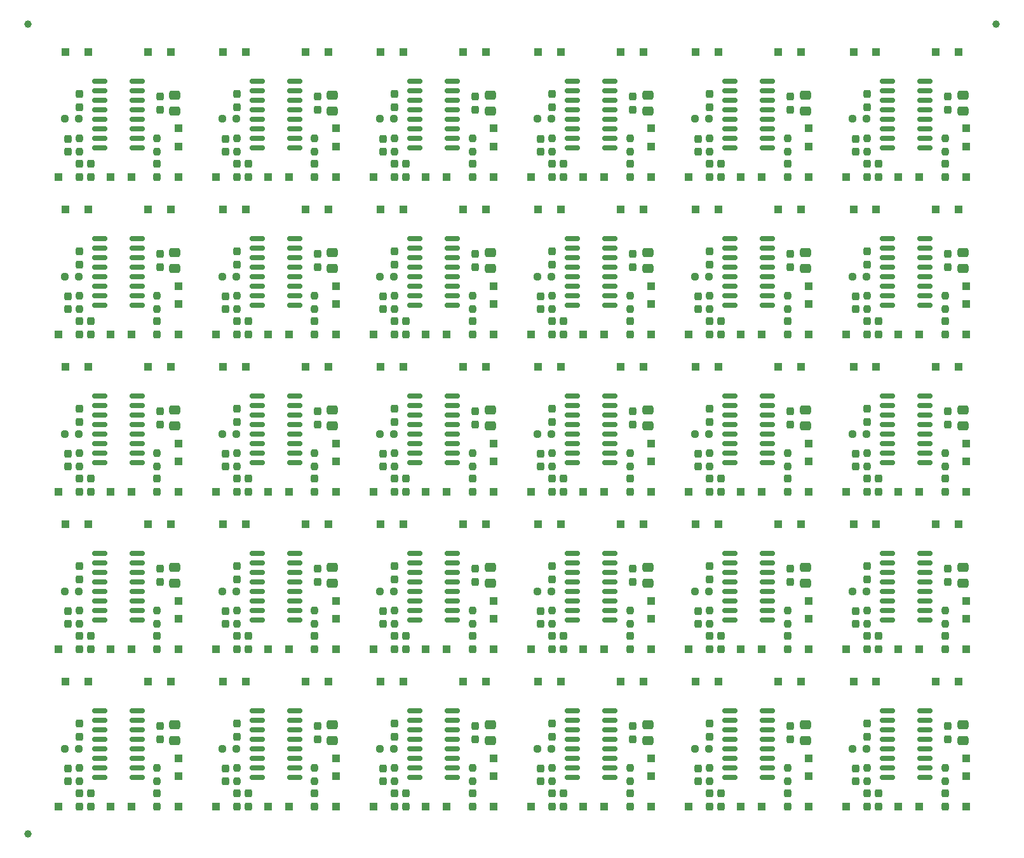
<source format=gbr>
%TF.GenerationSoftware,KiCad,Pcbnew,(6.0.8)*%
%TF.CreationDate,2022-11-05T12:28:45+05:30*%
%TF.ProjectId,panelized,70616e65-6c69-47a6-9564-2e6b69636164,rev?*%
%TF.SameCoordinates,Original*%
%TF.FileFunction,Soldermask,Top*%
%TF.FilePolarity,Negative*%
%FSLAX46Y46*%
G04 Gerber Fmt 4.6, Leading zero omitted, Abs format (unit mm)*
G04 Created by KiCad (PCBNEW (6.0.8)) date 2022-11-05 12:28:45*
%MOMM*%
%LPD*%
G01*
G04 APERTURE LIST*
G04 Aperture macros list*
%AMRoundRect*
0 Rectangle with rounded corners*
0 $1 Rounding radius*
0 $2 $3 $4 $5 $6 $7 $8 $9 X,Y pos of 4 corners*
0 Add a 4 corners polygon primitive as box body*
4,1,4,$2,$3,$4,$5,$6,$7,$8,$9,$2,$3,0*
0 Add four circle primitives for the rounded corners*
1,1,$1+$1,$2,$3*
1,1,$1+$1,$4,$5*
1,1,$1+$1,$6,$7*
1,1,$1+$1,$8,$9*
0 Add four rect primitives between the rounded corners*
20,1,$1+$1,$2,$3,$4,$5,0*
20,1,$1+$1,$4,$5,$6,$7,0*
20,1,$1+$1,$6,$7,$8,$9,0*
20,1,$1+$1,$8,$9,$2,$3,0*%
G04 Aperture macros list end*
%ADD10RoundRect,0.250000X0.475000X-0.337500X0.475000X0.337500X-0.475000X0.337500X-0.475000X-0.337500X0*%
%ADD11R,1.000000X1.000000*%
%ADD12RoundRect,0.237500X0.237500X-0.300000X0.237500X0.300000X-0.237500X0.300000X-0.237500X-0.300000X0*%
%ADD13RoundRect,0.237500X-0.237500X0.300000X-0.237500X-0.300000X0.237500X-0.300000X0.237500X0.300000X0*%
%ADD14RoundRect,0.150000X-0.850000X-0.150000X0.850000X-0.150000X0.850000X0.150000X-0.850000X0.150000X0*%
%ADD15RoundRect,0.237500X0.237500X-0.250000X0.237500X0.250000X-0.237500X0.250000X-0.237500X-0.250000X0*%
%ADD16RoundRect,0.237500X-0.250000X-0.237500X0.250000X-0.237500X0.250000X0.237500X-0.250000X0.237500X0*%
%ADD17C,1.000000*%
G04 APERTURE END LIST*
D10*
%TO.C,C7*%
X141570000Y-112537500D03*
X141570000Y-110462500D03*
%TD*%
D11*
%TO.C,GND*%
X121000000Y-96290000D03*
%TD*%
%TO.C,+*%
X127000000Y-20660000D03*
%TD*%
D12*
%TO.C,C6*%
X118600000Y-91362500D03*
X118600000Y-89637500D03*
%TD*%
D13*
%TO.C,C4*%
X127270000Y-53257500D03*
X127270000Y-54982500D03*
%TD*%
D14*
%TO.C,U1*%
X89500000Y-66555000D03*
X89500000Y-67825000D03*
X89500000Y-69095000D03*
X89500000Y-70365000D03*
X89500000Y-71635000D03*
X89500000Y-72905000D03*
X89500000Y-74175000D03*
X89500000Y-75445000D03*
X94500000Y-75445000D03*
X94500000Y-74175000D03*
X94500000Y-72905000D03*
X94500000Y-71635000D03*
X94500000Y-70365000D03*
X94500000Y-69095000D03*
X94500000Y-67825000D03*
X94500000Y-66555000D03*
%TD*%
D11*
%TO.C,+5V*%
X142000000Y-30900000D03*
%TD*%
%TO.C,GND*%
X37000000Y-75290000D03*
%TD*%
D12*
%TO.C,C1*%
X88370000Y-58342500D03*
X88370000Y-56617500D03*
%TD*%
D11*
%TO.C,-*%
X67000000Y-104660000D03*
%TD*%
%TO.C,-*%
X75000000Y-83660000D03*
%TD*%
D15*
%TO.C,R3*%
X55200000Y-76022500D03*
X55200000Y-74197500D03*
%TD*%
D11*
%TO.C,+*%
X57000000Y-20660000D03*
%TD*%
%TO.C,L*%
X42000000Y-100350000D03*
%TD*%
D10*
%TO.C,C7*%
X36570000Y-49537500D03*
X36570000Y-47462500D03*
%TD*%
D13*
%TO.C,C4*%
X22270000Y-116257500D03*
X22270000Y-117982500D03*
%TD*%
D11*
%TO.C,-*%
X96000000Y-41660000D03*
%TD*%
%TO.C,SHDN*%
X30750000Y-79350000D03*
%TD*%
D15*
%TO.C,R2*%
X86800000Y-55022500D03*
X86800000Y-53197500D03*
%TD*%
%TO.C,R2*%
X86800000Y-34022500D03*
X86800000Y-32197500D03*
%TD*%
D14*
%TO.C,U1*%
X47500000Y-108555000D03*
X47500000Y-109825000D03*
X47500000Y-111095000D03*
X47500000Y-112365000D03*
X47500000Y-113635000D03*
X47500000Y-114905000D03*
X47500000Y-116175000D03*
X47500000Y-117445000D03*
X52500000Y-117445000D03*
X52500000Y-116175000D03*
X52500000Y-114905000D03*
X52500000Y-113635000D03*
X52500000Y-112365000D03*
X52500000Y-111095000D03*
X52500000Y-109825000D03*
X52500000Y-108555000D03*
%TD*%
D12*
%TO.C,C5*%
X86800000Y-112042500D03*
X86800000Y-110317500D03*
%TD*%
%TO.C,C3*%
X118200000Y-79342500D03*
X118200000Y-77617500D03*
%TD*%
D15*
%TO.C,R2*%
X107800000Y-34022500D03*
X107800000Y-32197500D03*
%TD*%
D11*
%TO.C,-*%
X46000000Y-62660000D03*
%TD*%
%TO.C,MUTE*%
X49000000Y-121350000D03*
%TD*%
D10*
%TO.C,C7*%
X78570000Y-112537500D03*
X78570000Y-110462500D03*
%TD*%
D15*
%TO.C,R2*%
X128800000Y-118022500D03*
X128800000Y-116197500D03*
%TD*%
D16*
%TO.C,R1*%
X84887500Y-113630000D03*
X86712500Y-113630000D03*
%TD*%
D11*
%TO.C,R*%
X142000000Y-58340000D03*
%TD*%
%TO.C,+*%
X106000000Y-41660000D03*
%TD*%
%TO.C,+*%
X141000000Y-83660000D03*
%TD*%
D13*
%TO.C,C4*%
X127270000Y-116257500D03*
X127270000Y-117982500D03*
%TD*%
D11*
%TO.C,+5V*%
X121000000Y-114900000D03*
%TD*%
D12*
%TO.C,C2*%
X44800000Y-37342500D03*
X44800000Y-35617500D03*
%TD*%
D14*
%TO.C,U1*%
X89500000Y-24555000D03*
X89500000Y-25825000D03*
X89500000Y-27095000D03*
X89500000Y-28365000D03*
X89500000Y-29635000D03*
X89500000Y-30905000D03*
X89500000Y-32175000D03*
X89500000Y-33445000D03*
X94500000Y-33445000D03*
X94500000Y-32175000D03*
X94500000Y-30905000D03*
X94500000Y-29635000D03*
X94500000Y-28365000D03*
X94500000Y-27095000D03*
X94500000Y-25825000D03*
X94500000Y-24555000D03*
%TD*%
D11*
%TO.C,-*%
X117000000Y-104660000D03*
%TD*%
D12*
%TO.C,C2*%
X65800000Y-121342500D03*
X65800000Y-119617500D03*
%TD*%
D15*
%TO.C,R3*%
X34200000Y-55022500D03*
X34200000Y-53197500D03*
%TD*%
D11*
%TO.C,MUTE*%
X112000000Y-100350000D03*
%TD*%
%TO.C,-*%
X88000000Y-83660000D03*
%TD*%
%TO.C,+*%
X78000000Y-83660000D03*
%TD*%
D15*
%TO.C,R3*%
X139200000Y-118022500D03*
X139200000Y-116197500D03*
%TD*%
%TO.C,R3*%
X139200000Y-76022500D03*
X139200000Y-74197500D03*
%TD*%
D11*
%TO.C,+5V*%
X37000000Y-114900000D03*
%TD*%
%TO.C,MUTE*%
X133000000Y-79350000D03*
%TD*%
%TO.C,L*%
X126000000Y-79350000D03*
%TD*%
%TO.C,+*%
X64000000Y-62660000D03*
%TD*%
D14*
%TO.C,U1*%
X89500000Y-87555000D03*
X89500000Y-88825000D03*
X89500000Y-90095000D03*
X89500000Y-91365000D03*
X89500000Y-92635000D03*
X89500000Y-93905000D03*
X89500000Y-95175000D03*
X89500000Y-96445000D03*
X94500000Y-96445000D03*
X94500000Y-95175000D03*
X94500000Y-93905000D03*
X94500000Y-92635000D03*
X94500000Y-91365000D03*
X94500000Y-90095000D03*
X94500000Y-88825000D03*
X94500000Y-87555000D03*
%TD*%
D12*
%TO.C,C3*%
X34200000Y-100342500D03*
X34200000Y-98617500D03*
%TD*%
D15*
%TO.C,R2*%
X128800000Y-97022500D03*
X128800000Y-95197500D03*
%TD*%
D11*
%TO.C,+5V*%
X79000000Y-72900000D03*
%TD*%
%TO.C,MUTE*%
X112000000Y-58350000D03*
%TD*%
%TO.C,SHDN*%
X72750000Y-37350000D03*
%TD*%
%TO.C,+*%
X127000000Y-62660000D03*
%TD*%
%TO.C,SHDN*%
X51750000Y-58350000D03*
%TD*%
%TO.C,GND*%
X79000000Y-117290000D03*
%TD*%
D12*
%TO.C,C3*%
X34200000Y-121342500D03*
X34200000Y-119617500D03*
%TD*%
D11*
%TO.C,MUTE*%
X133000000Y-37350000D03*
%TD*%
D10*
%TO.C,C7*%
X57570000Y-91537500D03*
X57570000Y-89462500D03*
%TD*%
D11*
%TO.C,SHDN*%
X30750000Y-37350000D03*
%TD*%
%TO.C,GND*%
X37000000Y-96290000D03*
%TD*%
%TO.C,+*%
X120000000Y-41660000D03*
%TD*%
D16*
%TO.C,R1*%
X84887500Y-50630000D03*
X86712500Y-50630000D03*
%TD*%
D11*
%TO.C,+*%
X57000000Y-62660000D03*
%TD*%
D12*
%TO.C,C5*%
X86800000Y-70042500D03*
X86800000Y-68317500D03*
%TD*%
D11*
%TO.C,MUTE*%
X49000000Y-79350000D03*
%TD*%
D13*
%TO.C,C4*%
X127270000Y-74257500D03*
X127270000Y-75982500D03*
%TD*%
D11*
%TO.C,-*%
X33000000Y-41660000D03*
%TD*%
D12*
%TO.C,C6*%
X118600000Y-112362500D03*
X118600000Y-110637500D03*
%TD*%
D16*
%TO.C,R1*%
X63887500Y-50630000D03*
X65712500Y-50630000D03*
%TD*%
D12*
%TO.C,C2*%
X65800000Y-58342500D03*
X65800000Y-56617500D03*
%TD*%
D11*
%TO.C,-*%
X117000000Y-20660000D03*
%TD*%
D15*
%TO.C,R2*%
X107800000Y-118022500D03*
X107800000Y-116197500D03*
%TD*%
D12*
%TO.C,C3*%
X76200000Y-100342500D03*
X76200000Y-98617500D03*
%TD*%
D11*
%TO.C,+*%
X36000000Y-20660000D03*
%TD*%
%TO.C,MUTE*%
X70000000Y-37350000D03*
%TD*%
%TO.C,GND*%
X58000000Y-75290000D03*
%TD*%
%TO.C,L*%
X105000000Y-79350000D03*
%TD*%
D10*
%TO.C,C7*%
X99570000Y-112537500D03*
X99570000Y-110462500D03*
%TD*%
D11*
%TO.C,+*%
X64000000Y-41660000D03*
%TD*%
D13*
%TO.C,C4*%
X43270000Y-95257500D03*
X43270000Y-96982500D03*
%TD*%
D17*
%TO.C,REF\u002A\u002A*%
X17000000Y-125000000D03*
%TD*%
D11*
%TO.C,-*%
X130000000Y-20660000D03*
%TD*%
D15*
%TO.C,R2*%
X86800000Y-76022500D03*
X86800000Y-74197500D03*
%TD*%
D13*
%TO.C,C4*%
X127270000Y-32257500D03*
X127270000Y-33982500D03*
%TD*%
D16*
%TO.C,R1*%
X126887500Y-92630000D03*
X128712500Y-92630000D03*
%TD*%
D12*
%TO.C,C6*%
X55600000Y-91362500D03*
X55600000Y-89637500D03*
%TD*%
D11*
%TO.C,R*%
X100000000Y-79340000D03*
%TD*%
%TO.C,-*%
X96000000Y-104660000D03*
%TD*%
D15*
%TO.C,R3*%
X97200000Y-118022500D03*
X97200000Y-116197500D03*
%TD*%
D11*
%TO.C,+*%
X64000000Y-20660000D03*
%TD*%
D15*
%TO.C,R2*%
X86800000Y-118022500D03*
X86800000Y-116197500D03*
%TD*%
D14*
%TO.C,U1*%
X110500000Y-45555000D03*
X110500000Y-46825000D03*
X110500000Y-48095000D03*
X110500000Y-49365000D03*
X110500000Y-50635000D03*
X110500000Y-51905000D03*
X110500000Y-53175000D03*
X110500000Y-54445000D03*
X115500000Y-54445000D03*
X115500000Y-53175000D03*
X115500000Y-51905000D03*
X115500000Y-50635000D03*
X115500000Y-49365000D03*
X115500000Y-48095000D03*
X115500000Y-46825000D03*
X115500000Y-45555000D03*
%TD*%
D11*
%TO.C,L*%
X84000000Y-79350000D03*
%TD*%
%TO.C,-*%
X75000000Y-20660000D03*
%TD*%
D12*
%TO.C,C6*%
X55600000Y-49362500D03*
X55600000Y-47637500D03*
%TD*%
D11*
%TO.C,L*%
X42000000Y-121350000D03*
%TD*%
D12*
%TO.C,C5*%
X107800000Y-70042500D03*
X107800000Y-68317500D03*
%TD*%
D11*
%TO.C,SHDN*%
X93750000Y-121350000D03*
%TD*%
%TO.C,MUTE*%
X70000000Y-100350000D03*
%TD*%
D16*
%TO.C,R1*%
X84887500Y-29630000D03*
X86712500Y-29630000D03*
%TD*%
D11*
%TO.C,SHDN*%
X114750000Y-58350000D03*
%TD*%
D15*
%TO.C,R2*%
X44800000Y-55022500D03*
X44800000Y-53197500D03*
%TD*%
D11*
%TO.C,+*%
X106000000Y-62660000D03*
%TD*%
%TO.C,MUTE*%
X49000000Y-37350000D03*
%TD*%
D12*
%TO.C,C5*%
X44800000Y-112042500D03*
X44800000Y-110317500D03*
%TD*%
D10*
%TO.C,C7*%
X36570000Y-91537500D03*
X36570000Y-89462500D03*
%TD*%
D11*
%TO.C,GND*%
X58000000Y-96290000D03*
%TD*%
%TO.C,-*%
X54000000Y-104660000D03*
%TD*%
D12*
%TO.C,C6*%
X97600000Y-28362500D03*
X97600000Y-26637500D03*
%TD*%
%TO.C,C5*%
X65800000Y-28042500D03*
X65800000Y-26317500D03*
%TD*%
D14*
%TO.C,U1*%
X131500000Y-87555000D03*
X131500000Y-88825000D03*
X131500000Y-90095000D03*
X131500000Y-91365000D03*
X131500000Y-92635000D03*
X131500000Y-93905000D03*
X131500000Y-95175000D03*
X131500000Y-96445000D03*
X136500000Y-96445000D03*
X136500000Y-95175000D03*
X136500000Y-93905000D03*
X136500000Y-92635000D03*
X136500000Y-91365000D03*
X136500000Y-90095000D03*
X136500000Y-88825000D03*
X136500000Y-87555000D03*
%TD*%
D11*
%TO.C,R*%
X142000000Y-100340000D03*
%TD*%
%TO.C,+5V*%
X58000000Y-93900000D03*
%TD*%
%TO.C,+*%
X22000000Y-20660000D03*
%TD*%
D12*
%TO.C,C6*%
X34600000Y-91362500D03*
X34600000Y-89637500D03*
%TD*%
D15*
%TO.C,R3*%
X139200000Y-55022500D03*
X139200000Y-53197500D03*
%TD*%
D11*
%TO.C,-*%
X130000000Y-41660000D03*
%TD*%
D12*
%TO.C,C6*%
X55600000Y-70362500D03*
X55600000Y-68637500D03*
%TD*%
D11*
%TO.C,+*%
X127000000Y-83660000D03*
%TD*%
%TO.C,R*%
X100000000Y-58340000D03*
%TD*%
D12*
%TO.C,C5*%
X86800000Y-91042500D03*
X86800000Y-89317500D03*
%TD*%
D16*
%TO.C,R1*%
X126887500Y-113630000D03*
X128712500Y-113630000D03*
%TD*%
D11*
%TO.C,+*%
X43000000Y-20660000D03*
%TD*%
%TO.C,+5V*%
X100000000Y-93900000D03*
%TD*%
D12*
%TO.C,C1*%
X109370000Y-79342500D03*
X109370000Y-77617500D03*
%TD*%
D11*
%TO.C,+*%
X43000000Y-104660000D03*
%TD*%
D12*
%TO.C,C6*%
X55600000Y-112362500D03*
X55600000Y-110637500D03*
%TD*%
D11*
%TO.C,GND*%
X37000000Y-33290000D03*
%TD*%
D15*
%TO.C,R2*%
X107800000Y-55022500D03*
X107800000Y-53197500D03*
%TD*%
D11*
%TO.C,L*%
X126000000Y-58350000D03*
%TD*%
D12*
%TO.C,C1*%
X46370000Y-121342500D03*
X46370000Y-119617500D03*
%TD*%
D15*
%TO.C,R3*%
X76200000Y-118022500D03*
X76200000Y-116197500D03*
%TD*%
D11*
%TO.C,-*%
X109000000Y-20660000D03*
%TD*%
%TO.C,L*%
X105000000Y-58350000D03*
%TD*%
D14*
%TO.C,U1*%
X89500000Y-45555000D03*
X89500000Y-46825000D03*
X89500000Y-48095000D03*
X89500000Y-49365000D03*
X89500000Y-50635000D03*
X89500000Y-51905000D03*
X89500000Y-53175000D03*
X89500000Y-54445000D03*
X94500000Y-54445000D03*
X94500000Y-53175000D03*
X94500000Y-51905000D03*
X94500000Y-50635000D03*
X94500000Y-49365000D03*
X94500000Y-48095000D03*
X94500000Y-46825000D03*
X94500000Y-45555000D03*
%TD*%
D12*
%TO.C,C2*%
X44800000Y-100342500D03*
X44800000Y-98617500D03*
%TD*%
D15*
%TO.C,R2*%
X128800000Y-76022500D03*
X128800000Y-74197500D03*
%TD*%
D11*
%TO.C,-*%
X67000000Y-62660000D03*
%TD*%
%TO.C,-*%
X54000000Y-62660000D03*
%TD*%
%TO.C,L*%
X84000000Y-100350000D03*
%TD*%
%TO.C,-*%
X130000000Y-62660000D03*
%TD*%
D15*
%TO.C,R3*%
X97200000Y-76022500D03*
X97200000Y-74197500D03*
%TD*%
%TO.C,R2*%
X107800000Y-97022500D03*
X107800000Y-95197500D03*
%TD*%
D12*
%TO.C,C2*%
X23800000Y-58342500D03*
X23800000Y-56617500D03*
%TD*%
D11*
%TO.C,GND*%
X58000000Y-33290000D03*
%TD*%
%TO.C,-*%
X109000000Y-83660000D03*
%TD*%
D12*
%TO.C,C3*%
X55200000Y-121342500D03*
X55200000Y-119617500D03*
%TD*%
D11*
%TO.C,R*%
X121000000Y-100340000D03*
%TD*%
D15*
%TO.C,R2*%
X44800000Y-118022500D03*
X44800000Y-116197500D03*
%TD*%
D11*
%TO.C,R*%
X121000000Y-37340000D03*
%TD*%
%TO.C,R*%
X79000000Y-37340000D03*
%TD*%
%TO.C,+*%
X85000000Y-83660000D03*
%TD*%
%TO.C,+*%
X99000000Y-62660000D03*
%TD*%
D12*
%TO.C,C3*%
X55200000Y-37342500D03*
X55200000Y-35617500D03*
%TD*%
D14*
%TO.C,U1*%
X89500000Y-108555000D03*
X89500000Y-109825000D03*
X89500000Y-111095000D03*
X89500000Y-112365000D03*
X89500000Y-113635000D03*
X89500000Y-114905000D03*
X89500000Y-116175000D03*
X89500000Y-117445000D03*
X94500000Y-117445000D03*
X94500000Y-116175000D03*
X94500000Y-114905000D03*
X94500000Y-113635000D03*
X94500000Y-112365000D03*
X94500000Y-111095000D03*
X94500000Y-109825000D03*
X94500000Y-108555000D03*
%TD*%
D12*
%TO.C,C6*%
X139600000Y-112362500D03*
X139600000Y-110637500D03*
%TD*%
D11*
%TO.C,+*%
X22000000Y-104660000D03*
%TD*%
D12*
%TO.C,C5*%
X65800000Y-70042500D03*
X65800000Y-68317500D03*
%TD*%
D11*
%TO.C,-*%
X88000000Y-62660000D03*
%TD*%
D12*
%TO.C,C3*%
X97200000Y-58342500D03*
X97200000Y-56617500D03*
%TD*%
%TO.C,C1*%
X67370000Y-100342500D03*
X67370000Y-98617500D03*
%TD*%
D11*
%TO.C,+*%
X43000000Y-41660000D03*
%TD*%
%TO.C,L*%
X84000000Y-58350000D03*
%TD*%
D12*
%TO.C,C2*%
X86800000Y-121342500D03*
X86800000Y-119617500D03*
%TD*%
D11*
%TO.C,+5V*%
X79000000Y-51900000D03*
%TD*%
D16*
%TO.C,R1*%
X84887500Y-71630000D03*
X86712500Y-71630000D03*
%TD*%
D11*
%TO.C,R*%
X142000000Y-121340000D03*
%TD*%
D14*
%TO.C,U1*%
X26500000Y-66555000D03*
X26500000Y-67825000D03*
X26500000Y-69095000D03*
X26500000Y-70365000D03*
X26500000Y-71635000D03*
X26500000Y-72905000D03*
X26500000Y-74175000D03*
X26500000Y-75445000D03*
X31500000Y-75445000D03*
X31500000Y-74175000D03*
X31500000Y-72905000D03*
X31500000Y-71635000D03*
X31500000Y-70365000D03*
X31500000Y-69095000D03*
X31500000Y-67825000D03*
X31500000Y-66555000D03*
%TD*%
%TO.C,U1*%
X110500000Y-66555000D03*
X110500000Y-67825000D03*
X110500000Y-69095000D03*
X110500000Y-70365000D03*
X110500000Y-71635000D03*
X110500000Y-72905000D03*
X110500000Y-74175000D03*
X110500000Y-75445000D03*
X115500000Y-75445000D03*
X115500000Y-74175000D03*
X115500000Y-72905000D03*
X115500000Y-71635000D03*
X115500000Y-70365000D03*
X115500000Y-69095000D03*
X115500000Y-67825000D03*
X115500000Y-66555000D03*
%TD*%
D17*
%TO.C,REF\u002A\u002A*%
X17000000Y-17000000D03*
%TD*%
D11*
%TO.C,-*%
X75000000Y-104660000D03*
%TD*%
D12*
%TO.C,C6*%
X139600000Y-49362500D03*
X139600000Y-47637500D03*
%TD*%
D11*
%TO.C,MUTE*%
X28000000Y-58350000D03*
%TD*%
%TO.C,-*%
X25000000Y-62660000D03*
%TD*%
D15*
%TO.C,R2*%
X107800000Y-76022500D03*
X107800000Y-74197500D03*
%TD*%
D11*
%TO.C,L*%
X21000000Y-121350000D03*
%TD*%
D12*
%TO.C,C1*%
X109370000Y-37342500D03*
X109370000Y-35617500D03*
%TD*%
D10*
%TO.C,C7*%
X57570000Y-28537500D03*
X57570000Y-26462500D03*
%TD*%
D12*
%TO.C,C1*%
X67370000Y-37342500D03*
X67370000Y-35617500D03*
%TD*%
%TO.C,C3*%
X97200000Y-121342500D03*
X97200000Y-119617500D03*
%TD*%
%TO.C,C3*%
X139200000Y-37342500D03*
X139200000Y-35617500D03*
%TD*%
D11*
%TO.C,R*%
X79000000Y-100340000D03*
%TD*%
D12*
%TO.C,C1*%
X67370000Y-121342500D03*
X67370000Y-119617500D03*
%TD*%
%TO.C,C3*%
X139200000Y-121342500D03*
X139200000Y-119617500D03*
%TD*%
%TO.C,C3*%
X55200000Y-58342500D03*
X55200000Y-56617500D03*
%TD*%
D11*
%TO.C,L*%
X105000000Y-121350000D03*
%TD*%
D15*
%TO.C,R2*%
X23800000Y-76022500D03*
X23800000Y-74197500D03*
%TD*%
D11*
%TO.C,GND*%
X100000000Y-54290000D03*
%TD*%
D10*
%TO.C,C7*%
X141570000Y-49537500D03*
X141570000Y-47462500D03*
%TD*%
D12*
%TO.C,C5*%
X128800000Y-91042500D03*
X128800000Y-89317500D03*
%TD*%
D11*
%TO.C,+5V*%
X37000000Y-30900000D03*
%TD*%
D12*
%TO.C,C3*%
X34200000Y-58342500D03*
X34200000Y-56617500D03*
%TD*%
D11*
%TO.C,SHDN*%
X93750000Y-58350000D03*
%TD*%
D12*
%TO.C,C2*%
X23800000Y-121342500D03*
X23800000Y-119617500D03*
%TD*%
D13*
%TO.C,C4*%
X106270000Y-32257500D03*
X106270000Y-33982500D03*
%TD*%
D11*
%TO.C,R*%
X58000000Y-37340000D03*
%TD*%
%TO.C,GND*%
X100000000Y-117290000D03*
%TD*%
D16*
%TO.C,R1*%
X21887500Y-71630000D03*
X23712500Y-71630000D03*
%TD*%
D15*
%TO.C,R3*%
X34200000Y-34022500D03*
X34200000Y-32197500D03*
%TD*%
D10*
%TO.C,C7*%
X120570000Y-112537500D03*
X120570000Y-110462500D03*
%TD*%
D12*
%TO.C,C2*%
X65800000Y-37342500D03*
X65800000Y-35617500D03*
%TD*%
D11*
%TO.C,R*%
X58000000Y-121340000D03*
%TD*%
%TO.C,+*%
X141000000Y-41660000D03*
%TD*%
%TO.C,+*%
X22000000Y-62660000D03*
%TD*%
D15*
%TO.C,R3*%
X118200000Y-55022500D03*
X118200000Y-53197500D03*
%TD*%
D11*
%TO.C,+*%
X57000000Y-41660000D03*
%TD*%
D12*
%TO.C,C3*%
X97200000Y-37342500D03*
X97200000Y-35617500D03*
%TD*%
D11*
%TO.C,L*%
X63000000Y-121350000D03*
%TD*%
D12*
%TO.C,C5*%
X107800000Y-112042500D03*
X107800000Y-110317500D03*
%TD*%
%TO.C,C1*%
X130370000Y-37342500D03*
X130370000Y-35617500D03*
%TD*%
D11*
%TO.C,+*%
X120000000Y-83660000D03*
%TD*%
%TO.C,R*%
X100000000Y-37340000D03*
%TD*%
D12*
%TO.C,C3*%
X139200000Y-79342500D03*
X139200000Y-77617500D03*
%TD*%
%TO.C,C3*%
X118200000Y-121342500D03*
X118200000Y-119617500D03*
%TD*%
D15*
%TO.C,R3*%
X118200000Y-118022500D03*
X118200000Y-116197500D03*
%TD*%
D10*
%TO.C,C7*%
X57570000Y-112537500D03*
X57570000Y-110462500D03*
%TD*%
D15*
%TO.C,R3*%
X118200000Y-34022500D03*
X118200000Y-32197500D03*
%TD*%
%TO.C,R2*%
X65800000Y-97022500D03*
X65800000Y-95197500D03*
%TD*%
D11*
%TO.C,-*%
X25000000Y-104660000D03*
%TD*%
%TO.C,MUTE*%
X112000000Y-121350000D03*
%TD*%
%TO.C,L*%
X42000000Y-79350000D03*
%TD*%
%TO.C,R*%
X100000000Y-100340000D03*
%TD*%
%TO.C,SHDN*%
X114750000Y-79350000D03*
%TD*%
%TO.C,+*%
X127000000Y-41660000D03*
%TD*%
%TO.C,MUTE*%
X91000000Y-79350000D03*
%TD*%
%TO.C,-*%
X67000000Y-20660000D03*
%TD*%
%TO.C,MUTE*%
X28000000Y-121350000D03*
%TD*%
%TO.C,GND*%
X58000000Y-117290000D03*
%TD*%
%TO.C,-*%
X117000000Y-62660000D03*
%TD*%
D12*
%TO.C,C1*%
X109370000Y-58342500D03*
X109370000Y-56617500D03*
%TD*%
D15*
%TO.C,R2*%
X65800000Y-118022500D03*
X65800000Y-116197500D03*
%TD*%
%TO.C,R2*%
X65800000Y-76022500D03*
X65800000Y-74197500D03*
%TD*%
D16*
%TO.C,R1*%
X126887500Y-71630000D03*
X128712500Y-71630000D03*
%TD*%
D12*
%TO.C,C3*%
X118200000Y-58342500D03*
X118200000Y-56617500D03*
%TD*%
D11*
%TO.C,R*%
X37000000Y-37340000D03*
%TD*%
%TO.C,+*%
X120000000Y-62660000D03*
%TD*%
D12*
%TO.C,C6*%
X97600000Y-112362500D03*
X97600000Y-110637500D03*
%TD*%
D11*
%TO.C,+5V*%
X100000000Y-51900000D03*
%TD*%
%TO.C,-*%
X88000000Y-104660000D03*
%TD*%
D13*
%TO.C,C4*%
X64270000Y-95257500D03*
X64270000Y-96982500D03*
%TD*%
D11*
%TO.C,L*%
X126000000Y-37350000D03*
%TD*%
D12*
%TO.C,C2*%
X107800000Y-79342500D03*
X107800000Y-77617500D03*
%TD*%
D11*
%TO.C,+*%
X120000000Y-20660000D03*
%TD*%
%TO.C,GND*%
X121000000Y-117290000D03*
%TD*%
%TO.C,GND*%
X100000000Y-33290000D03*
%TD*%
%TO.C,GND*%
X37000000Y-54290000D03*
%TD*%
D10*
%TO.C,C7*%
X57570000Y-49537500D03*
X57570000Y-47462500D03*
%TD*%
D11*
%TO.C,+5V*%
X142000000Y-51900000D03*
%TD*%
%TO.C,L*%
X63000000Y-100350000D03*
%TD*%
%TO.C,R*%
X37000000Y-58340000D03*
%TD*%
D12*
%TO.C,C6*%
X118600000Y-28362500D03*
X118600000Y-26637500D03*
%TD*%
D16*
%TO.C,R1*%
X21887500Y-92630000D03*
X23712500Y-92630000D03*
%TD*%
D11*
%TO.C,L*%
X105000000Y-100350000D03*
%TD*%
%TO.C,+*%
X57000000Y-104660000D03*
%TD*%
%TO.C,+5V*%
X142000000Y-93900000D03*
%TD*%
D13*
%TO.C,C4*%
X64270000Y-116257500D03*
X64270000Y-117982500D03*
%TD*%
D10*
%TO.C,C7*%
X120570000Y-49537500D03*
X120570000Y-47462500D03*
%TD*%
D15*
%TO.C,R3*%
X55200000Y-55022500D03*
X55200000Y-53197500D03*
%TD*%
%TO.C,R3*%
X55200000Y-97022500D03*
X55200000Y-95197500D03*
%TD*%
D13*
%TO.C,C4*%
X64270000Y-32257500D03*
X64270000Y-33982500D03*
%TD*%
D11*
%TO.C,SHDN*%
X93750000Y-37350000D03*
%TD*%
D12*
%TO.C,C5*%
X128800000Y-28042500D03*
X128800000Y-26317500D03*
%TD*%
%TO.C,C1*%
X130370000Y-79342500D03*
X130370000Y-77617500D03*
%TD*%
D11*
%TO.C,+5V*%
X79000000Y-114900000D03*
%TD*%
D12*
%TO.C,C1*%
X130370000Y-58342500D03*
X130370000Y-56617500D03*
%TD*%
D15*
%TO.C,R3*%
X34200000Y-118022500D03*
X34200000Y-116197500D03*
%TD*%
D12*
%TO.C,C1*%
X25370000Y-37342500D03*
X25370000Y-35617500D03*
%TD*%
%TO.C,C5*%
X86800000Y-49042500D03*
X86800000Y-47317500D03*
%TD*%
%TO.C,C5*%
X65800000Y-49042500D03*
X65800000Y-47317500D03*
%TD*%
D11*
%TO.C,R*%
X142000000Y-37340000D03*
%TD*%
D12*
%TO.C,C2*%
X23800000Y-79342500D03*
X23800000Y-77617500D03*
%TD*%
D11*
%TO.C,L*%
X63000000Y-37350000D03*
%TD*%
D16*
%TO.C,R1*%
X42887500Y-92630000D03*
X44712500Y-92630000D03*
%TD*%
D11*
%TO.C,+*%
X43000000Y-62660000D03*
%TD*%
%TO.C,+*%
X22000000Y-83660000D03*
%TD*%
%TO.C,-*%
X25000000Y-20660000D03*
%TD*%
D12*
%TO.C,C6*%
X76600000Y-112362500D03*
X76600000Y-110637500D03*
%TD*%
%TO.C,C5*%
X44800000Y-49042500D03*
X44800000Y-47317500D03*
%TD*%
D14*
%TO.C,U1*%
X68500000Y-108555000D03*
X68500000Y-109825000D03*
X68500000Y-111095000D03*
X68500000Y-112365000D03*
X68500000Y-113635000D03*
X68500000Y-114905000D03*
X68500000Y-116175000D03*
X68500000Y-117445000D03*
X73500000Y-117445000D03*
X73500000Y-116175000D03*
X73500000Y-114905000D03*
X73500000Y-113635000D03*
X73500000Y-112365000D03*
X73500000Y-111095000D03*
X73500000Y-109825000D03*
X73500000Y-108555000D03*
%TD*%
D11*
%TO.C,-*%
X96000000Y-83660000D03*
%TD*%
D15*
%TO.C,R3*%
X139200000Y-97022500D03*
X139200000Y-95197500D03*
%TD*%
D11*
%TO.C,MUTE*%
X49000000Y-100350000D03*
%TD*%
%TO.C,SHDN*%
X30750000Y-58350000D03*
%TD*%
D12*
%TO.C,C1*%
X67370000Y-58342500D03*
X67370000Y-56617500D03*
%TD*%
D11*
%TO.C,L*%
X21000000Y-79350000D03*
%TD*%
D10*
%TO.C,C7*%
X120570000Y-28537500D03*
X120570000Y-26462500D03*
%TD*%
D12*
%TO.C,C6*%
X97600000Y-49362500D03*
X97600000Y-47637500D03*
%TD*%
D11*
%TO.C,+*%
X64000000Y-83660000D03*
%TD*%
D15*
%TO.C,R2*%
X44800000Y-34022500D03*
X44800000Y-32197500D03*
%TD*%
D16*
%TO.C,R1*%
X42887500Y-50630000D03*
X44712500Y-50630000D03*
%TD*%
D10*
%TO.C,C7*%
X141570000Y-91537500D03*
X141570000Y-89462500D03*
%TD*%
D15*
%TO.C,R2*%
X23800000Y-34022500D03*
X23800000Y-32197500D03*
%TD*%
D11*
%TO.C,-*%
X138000000Y-104660000D03*
%TD*%
D12*
%TO.C,C3*%
X76200000Y-121342500D03*
X76200000Y-119617500D03*
%TD*%
D11*
%TO.C,+5V*%
X79000000Y-93900000D03*
%TD*%
D10*
%TO.C,C7*%
X36570000Y-112537500D03*
X36570000Y-110462500D03*
%TD*%
D12*
%TO.C,C5*%
X107800000Y-49042500D03*
X107800000Y-47317500D03*
%TD*%
D11*
%TO.C,+5V*%
X37000000Y-93900000D03*
%TD*%
D12*
%TO.C,C2*%
X86800000Y-37342500D03*
X86800000Y-35617500D03*
%TD*%
D16*
%TO.C,R1*%
X84887500Y-92630000D03*
X86712500Y-92630000D03*
%TD*%
D13*
%TO.C,C4*%
X22270000Y-95257500D03*
X22270000Y-96982500D03*
%TD*%
D10*
%TO.C,C7*%
X99570000Y-91537500D03*
X99570000Y-89462500D03*
%TD*%
D11*
%TO.C,MUTE*%
X70000000Y-121350000D03*
%TD*%
%TO.C,+*%
X36000000Y-104660000D03*
%TD*%
D12*
%TO.C,C3*%
X55200000Y-79342500D03*
X55200000Y-77617500D03*
%TD*%
D11*
%TO.C,MUTE*%
X91000000Y-100350000D03*
%TD*%
%TO.C,MUTE*%
X28000000Y-100350000D03*
%TD*%
%TO.C,+5V*%
X121000000Y-30900000D03*
%TD*%
D13*
%TO.C,C4*%
X127270000Y-95257500D03*
X127270000Y-96982500D03*
%TD*%
D16*
%TO.C,R1*%
X126887500Y-29630000D03*
X128712500Y-29630000D03*
%TD*%
D12*
%TO.C,C5*%
X44800000Y-70042500D03*
X44800000Y-68317500D03*
%TD*%
D16*
%TO.C,R1*%
X63887500Y-113630000D03*
X65712500Y-113630000D03*
%TD*%
D11*
%TO.C,SHDN*%
X72750000Y-100350000D03*
%TD*%
%TO.C,SHDN*%
X30750000Y-100350000D03*
%TD*%
D12*
%TO.C,C1*%
X25370000Y-121342500D03*
X25370000Y-119617500D03*
%TD*%
D11*
%TO.C,-*%
X109000000Y-41660000D03*
%TD*%
D16*
%TO.C,R1*%
X21887500Y-29630000D03*
X23712500Y-29630000D03*
%TD*%
D13*
%TO.C,C4*%
X64270000Y-74257500D03*
X64270000Y-75982500D03*
%TD*%
%TO.C,C4*%
X85270000Y-95257500D03*
X85270000Y-96982500D03*
%TD*%
D11*
%TO.C,GND*%
X100000000Y-75290000D03*
%TD*%
%TO.C,+5V*%
X121000000Y-51900000D03*
%TD*%
%TO.C,+*%
X78000000Y-20660000D03*
%TD*%
%TO.C,MUTE*%
X28000000Y-37350000D03*
%TD*%
%TO.C,-*%
X75000000Y-41660000D03*
%TD*%
D10*
%TO.C,C7*%
X141570000Y-28537500D03*
X141570000Y-26462500D03*
%TD*%
D11*
%TO.C,R*%
X37000000Y-79340000D03*
%TD*%
D10*
%TO.C,C7*%
X78570000Y-49537500D03*
X78570000Y-47462500D03*
%TD*%
D12*
%TO.C,C6*%
X76600000Y-49362500D03*
X76600000Y-47637500D03*
%TD*%
D11*
%TO.C,GND*%
X121000000Y-54290000D03*
%TD*%
%TO.C,-*%
X138000000Y-62660000D03*
%TD*%
%TO.C,+5V*%
X79000000Y-30900000D03*
%TD*%
D16*
%TO.C,R1*%
X105887500Y-71630000D03*
X107712500Y-71630000D03*
%TD*%
D11*
%TO.C,SHDN*%
X135750000Y-58350000D03*
%TD*%
D12*
%TO.C,C1*%
X25370000Y-100342500D03*
X25370000Y-98617500D03*
%TD*%
%TO.C,C1*%
X88370000Y-100342500D03*
X88370000Y-98617500D03*
%TD*%
D15*
%TO.C,R3*%
X97200000Y-55022500D03*
X97200000Y-53197500D03*
%TD*%
D12*
%TO.C,C5*%
X65800000Y-91042500D03*
X65800000Y-89317500D03*
%TD*%
D11*
%TO.C,-*%
X96000000Y-20660000D03*
%TD*%
D15*
%TO.C,R2*%
X23800000Y-55022500D03*
X23800000Y-53197500D03*
%TD*%
D16*
%TO.C,R1*%
X105887500Y-29630000D03*
X107712500Y-29630000D03*
%TD*%
D11*
%TO.C,+*%
X78000000Y-41660000D03*
%TD*%
%TO.C,+*%
X43000000Y-83660000D03*
%TD*%
%TO.C,SHDN*%
X30750000Y-121350000D03*
%TD*%
D12*
%TO.C,C2*%
X107800000Y-100342500D03*
X107800000Y-98617500D03*
%TD*%
D11*
%TO.C,SHDN*%
X93750000Y-79350000D03*
%TD*%
D12*
%TO.C,C5*%
X107800000Y-91042500D03*
X107800000Y-89317500D03*
%TD*%
D11*
%TO.C,-*%
X117000000Y-41660000D03*
%TD*%
%TO.C,+*%
X22000000Y-41660000D03*
%TD*%
%TO.C,-*%
X54000000Y-83660000D03*
%TD*%
%TO.C,+*%
X106000000Y-83660000D03*
%TD*%
D14*
%TO.C,U1*%
X110500000Y-87555000D03*
X110500000Y-88825000D03*
X110500000Y-90095000D03*
X110500000Y-91365000D03*
X110500000Y-92635000D03*
X110500000Y-93905000D03*
X110500000Y-95175000D03*
X110500000Y-96445000D03*
X115500000Y-96445000D03*
X115500000Y-95175000D03*
X115500000Y-93905000D03*
X115500000Y-92635000D03*
X115500000Y-91365000D03*
X115500000Y-90095000D03*
X115500000Y-88825000D03*
X115500000Y-87555000D03*
%TD*%
D11*
%TO.C,+*%
X99000000Y-41660000D03*
%TD*%
%TO.C,L*%
X63000000Y-79350000D03*
%TD*%
%TO.C,R*%
X142000000Y-79340000D03*
%TD*%
%TO.C,-*%
X88000000Y-20660000D03*
%TD*%
D16*
%TO.C,R1*%
X21887500Y-50630000D03*
X23712500Y-50630000D03*
%TD*%
D11*
%TO.C,+5V*%
X100000000Y-114900000D03*
%TD*%
D12*
%TO.C,C3*%
X55200000Y-100342500D03*
X55200000Y-98617500D03*
%TD*%
D16*
%TO.C,R1*%
X63887500Y-29630000D03*
X65712500Y-29630000D03*
%TD*%
D11*
%TO.C,R*%
X79000000Y-58340000D03*
%TD*%
D13*
%TO.C,C4*%
X85270000Y-32257500D03*
X85270000Y-33982500D03*
%TD*%
D12*
%TO.C,C5*%
X128800000Y-112042500D03*
X128800000Y-110317500D03*
%TD*%
%TO.C,C1*%
X46370000Y-100342500D03*
X46370000Y-98617500D03*
%TD*%
D14*
%TO.C,U1*%
X47500000Y-45555000D03*
X47500000Y-46825000D03*
X47500000Y-48095000D03*
X47500000Y-49365000D03*
X47500000Y-50635000D03*
X47500000Y-51905000D03*
X47500000Y-53175000D03*
X47500000Y-54445000D03*
X52500000Y-54445000D03*
X52500000Y-53175000D03*
X52500000Y-51905000D03*
X52500000Y-50635000D03*
X52500000Y-49365000D03*
X52500000Y-48095000D03*
X52500000Y-46825000D03*
X52500000Y-45555000D03*
%TD*%
D11*
%TO.C,R*%
X58000000Y-58340000D03*
%TD*%
D12*
%TO.C,C6*%
X76600000Y-91362500D03*
X76600000Y-89637500D03*
%TD*%
D16*
%TO.C,R1*%
X42887500Y-113630000D03*
X44712500Y-113630000D03*
%TD*%
D12*
%TO.C,C5*%
X65800000Y-112042500D03*
X65800000Y-110317500D03*
%TD*%
D11*
%TO.C,MUTE*%
X112000000Y-79350000D03*
%TD*%
%TO.C,-*%
X138000000Y-83660000D03*
%TD*%
D12*
%TO.C,C6*%
X97600000Y-70362500D03*
X97600000Y-68637500D03*
%TD*%
D11*
%TO.C,+*%
X141000000Y-62660000D03*
%TD*%
D14*
%TO.C,U1*%
X131500000Y-66555000D03*
X131500000Y-67825000D03*
X131500000Y-69095000D03*
X131500000Y-70365000D03*
X131500000Y-71635000D03*
X131500000Y-72905000D03*
X131500000Y-74175000D03*
X131500000Y-75445000D03*
X136500000Y-75445000D03*
X136500000Y-74175000D03*
X136500000Y-72905000D03*
X136500000Y-71635000D03*
X136500000Y-70365000D03*
X136500000Y-69095000D03*
X136500000Y-67825000D03*
X136500000Y-66555000D03*
%TD*%
D12*
%TO.C,C6*%
X76600000Y-70362500D03*
X76600000Y-68637500D03*
%TD*%
%TO.C,C3*%
X118200000Y-100342500D03*
X118200000Y-98617500D03*
%TD*%
%TO.C,C1*%
X67370000Y-79342500D03*
X67370000Y-77617500D03*
%TD*%
D11*
%TO.C,-*%
X33000000Y-104660000D03*
%TD*%
%TO.C,SHDN*%
X51750000Y-121350000D03*
%TD*%
D10*
%TO.C,C7*%
X78570000Y-70537500D03*
X78570000Y-68462500D03*
%TD*%
D11*
%TO.C,+5V*%
X100000000Y-30900000D03*
%TD*%
%TO.C,+*%
X120000000Y-104660000D03*
%TD*%
D15*
%TO.C,R3*%
X34200000Y-97022500D03*
X34200000Y-95197500D03*
%TD*%
D12*
%TO.C,C2*%
X86800000Y-58342500D03*
X86800000Y-56617500D03*
%TD*%
D14*
%TO.C,U1*%
X47500000Y-66555000D03*
X47500000Y-67825000D03*
X47500000Y-69095000D03*
X47500000Y-70365000D03*
X47500000Y-71635000D03*
X47500000Y-72905000D03*
X47500000Y-74175000D03*
X47500000Y-75445000D03*
X52500000Y-75445000D03*
X52500000Y-74175000D03*
X52500000Y-72905000D03*
X52500000Y-71635000D03*
X52500000Y-70365000D03*
X52500000Y-69095000D03*
X52500000Y-67825000D03*
X52500000Y-66555000D03*
%TD*%
D11*
%TO.C,+*%
X36000000Y-41660000D03*
%TD*%
%TO.C,L*%
X42000000Y-58350000D03*
%TD*%
%TO.C,MUTE*%
X28000000Y-79350000D03*
%TD*%
D16*
%TO.C,R1*%
X105887500Y-92630000D03*
X107712500Y-92630000D03*
%TD*%
D11*
%TO.C,GND*%
X142000000Y-75290000D03*
%TD*%
%TO.C,-*%
X33000000Y-83660000D03*
%TD*%
%TO.C,+5V*%
X100000000Y-72900000D03*
%TD*%
D12*
%TO.C,C5*%
X23800000Y-70042500D03*
X23800000Y-68317500D03*
%TD*%
D11*
%TO.C,L*%
X84000000Y-37350000D03*
%TD*%
D12*
%TO.C,C6*%
X97600000Y-91362500D03*
X97600000Y-89637500D03*
%TD*%
D15*
%TO.C,R3*%
X34200000Y-76022500D03*
X34200000Y-74197500D03*
%TD*%
D10*
%TO.C,C7*%
X141570000Y-70537500D03*
X141570000Y-68462500D03*
%TD*%
D12*
%TO.C,C2*%
X128800000Y-121342500D03*
X128800000Y-119617500D03*
%TD*%
%TO.C,C3*%
X76200000Y-58342500D03*
X76200000Y-56617500D03*
%TD*%
%TO.C,C6*%
X76600000Y-28362500D03*
X76600000Y-26637500D03*
%TD*%
D11*
%TO.C,L*%
X84000000Y-121350000D03*
%TD*%
D13*
%TO.C,C4*%
X85270000Y-116257500D03*
X85270000Y-117982500D03*
%TD*%
D16*
%TO.C,R1*%
X42887500Y-71630000D03*
X44712500Y-71630000D03*
%TD*%
D11*
%TO.C,GND*%
X142000000Y-117290000D03*
%TD*%
D13*
%TO.C,C4*%
X22270000Y-53257500D03*
X22270000Y-54982500D03*
%TD*%
D11*
%TO.C,R*%
X37000000Y-121340000D03*
%TD*%
D13*
%TO.C,C4*%
X106270000Y-53257500D03*
X106270000Y-54982500D03*
%TD*%
D10*
%TO.C,C7*%
X99570000Y-49537500D03*
X99570000Y-47462500D03*
%TD*%
D12*
%TO.C,C6*%
X139600000Y-70362500D03*
X139600000Y-68637500D03*
%TD*%
D11*
%TO.C,GND*%
X100000000Y-96290000D03*
%TD*%
D15*
%TO.C,R3*%
X76200000Y-97022500D03*
X76200000Y-95197500D03*
%TD*%
D10*
%TO.C,C7*%
X78570000Y-28537500D03*
X78570000Y-26462500D03*
%TD*%
D11*
%TO.C,-*%
X96000000Y-62660000D03*
%TD*%
%TO.C,SHDN*%
X135750000Y-100350000D03*
%TD*%
%TO.C,L*%
X21000000Y-100350000D03*
%TD*%
D12*
%TO.C,C5*%
X86800000Y-28042500D03*
X86800000Y-26317500D03*
%TD*%
%TO.C,C1*%
X130370000Y-100342500D03*
X130370000Y-98617500D03*
%TD*%
D11*
%TO.C,GND*%
X79000000Y-33290000D03*
%TD*%
%TO.C,-*%
X46000000Y-20660000D03*
%TD*%
%TO.C,MUTE*%
X70000000Y-58350000D03*
%TD*%
D12*
%TO.C,C1*%
X46370000Y-58342500D03*
X46370000Y-56617500D03*
%TD*%
%TO.C,C3*%
X34200000Y-37342500D03*
X34200000Y-35617500D03*
%TD*%
D11*
%TO.C,-*%
X75000000Y-62660000D03*
%TD*%
D12*
%TO.C,C5*%
X44800000Y-28042500D03*
X44800000Y-26317500D03*
%TD*%
D11*
%TO.C,+*%
X57000000Y-83660000D03*
%TD*%
D13*
%TO.C,C4*%
X22270000Y-32257500D03*
X22270000Y-33982500D03*
%TD*%
D15*
%TO.C,R2*%
X128800000Y-34022500D03*
X128800000Y-32197500D03*
%TD*%
D11*
%TO.C,+5V*%
X142000000Y-114900000D03*
%TD*%
%TO.C,-*%
X54000000Y-41660000D03*
%TD*%
D12*
%TO.C,C1*%
X130370000Y-121342500D03*
X130370000Y-119617500D03*
%TD*%
%TO.C,C3*%
X34200000Y-79342500D03*
X34200000Y-77617500D03*
%TD*%
%TO.C,C6*%
X55600000Y-28362500D03*
X55600000Y-26637500D03*
%TD*%
%TO.C,C1*%
X109370000Y-121342500D03*
X109370000Y-119617500D03*
%TD*%
D11*
%TO.C,GND*%
X79000000Y-54290000D03*
%TD*%
%TO.C,+5V*%
X58000000Y-114900000D03*
%TD*%
%TO.C,SHDN*%
X51750000Y-100350000D03*
%TD*%
D12*
%TO.C,C3*%
X139200000Y-58342500D03*
X139200000Y-56617500D03*
%TD*%
D11*
%TO.C,-*%
X25000000Y-41660000D03*
%TD*%
D13*
%TO.C,C4*%
X43270000Y-32257500D03*
X43270000Y-33982500D03*
%TD*%
D14*
%TO.C,U1*%
X131500000Y-45555000D03*
X131500000Y-46825000D03*
X131500000Y-48095000D03*
X131500000Y-49365000D03*
X131500000Y-50635000D03*
X131500000Y-51905000D03*
X131500000Y-53175000D03*
X131500000Y-54445000D03*
X136500000Y-54445000D03*
X136500000Y-53175000D03*
X136500000Y-51905000D03*
X136500000Y-50635000D03*
X136500000Y-49365000D03*
X136500000Y-48095000D03*
X136500000Y-46825000D03*
X136500000Y-45555000D03*
%TD*%
D15*
%TO.C,R3*%
X118200000Y-97022500D03*
X118200000Y-95197500D03*
%TD*%
D16*
%TO.C,R1*%
X105887500Y-50630000D03*
X107712500Y-50630000D03*
%TD*%
D10*
%TO.C,C7*%
X36570000Y-28537500D03*
X36570000Y-26462500D03*
%TD*%
D14*
%TO.C,U1*%
X47500000Y-87555000D03*
X47500000Y-88825000D03*
X47500000Y-90095000D03*
X47500000Y-91365000D03*
X47500000Y-92635000D03*
X47500000Y-93905000D03*
X47500000Y-95175000D03*
X47500000Y-96445000D03*
X52500000Y-96445000D03*
X52500000Y-95175000D03*
X52500000Y-93905000D03*
X52500000Y-92635000D03*
X52500000Y-91365000D03*
X52500000Y-90095000D03*
X52500000Y-88825000D03*
X52500000Y-87555000D03*
%TD*%
D12*
%TO.C,C1*%
X88370000Y-121342500D03*
X88370000Y-119617500D03*
%TD*%
D11*
%TO.C,R*%
X79000000Y-79340000D03*
%TD*%
D12*
%TO.C,C3*%
X97200000Y-79342500D03*
X97200000Y-77617500D03*
%TD*%
D11*
%TO.C,SHDN*%
X135750000Y-121350000D03*
%TD*%
D15*
%TO.C,R3*%
X76200000Y-76022500D03*
X76200000Y-74197500D03*
%TD*%
D11*
%TO.C,-*%
X109000000Y-104660000D03*
%TD*%
D15*
%TO.C,R3*%
X139200000Y-34022500D03*
X139200000Y-32197500D03*
%TD*%
D13*
%TO.C,C4*%
X106270000Y-95257500D03*
X106270000Y-96982500D03*
%TD*%
D14*
%TO.C,U1*%
X47500000Y-24555000D03*
X47500000Y-25825000D03*
X47500000Y-27095000D03*
X47500000Y-28365000D03*
X47500000Y-29635000D03*
X47500000Y-30905000D03*
X47500000Y-32175000D03*
X47500000Y-33445000D03*
X52500000Y-33445000D03*
X52500000Y-32175000D03*
X52500000Y-30905000D03*
X52500000Y-29635000D03*
X52500000Y-28365000D03*
X52500000Y-27095000D03*
X52500000Y-25825000D03*
X52500000Y-24555000D03*
%TD*%
D10*
%TO.C,C7*%
X99570000Y-28537500D03*
X99570000Y-26462500D03*
%TD*%
D13*
%TO.C,C4*%
X85270000Y-53257500D03*
X85270000Y-54982500D03*
%TD*%
D12*
%TO.C,C6*%
X34600000Y-70362500D03*
X34600000Y-68637500D03*
%TD*%
D15*
%TO.C,R2*%
X86800000Y-97022500D03*
X86800000Y-95197500D03*
%TD*%
D11*
%TO.C,GND*%
X142000000Y-54290000D03*
%TD*%
D16*
%TO.C,R1*%
X63887500Y-92630000D03*
X65712500Y-92630000D03*
%TD*%
%TO.C,R1*%
X21887500Y-113630000D03*
X23712500Y-113630000D03*
%TD*%
D12*
%TO.C,C3*%
X97200000Y-100342500D03*
X97200000Y-98617500D03*
%TD*%
%TO.C,C5*%
X44800000Y-91042500D03*
X44800000Y-89317500D03*
%TD*%
%TO.C,C2*%
X23800000Y-100342500D03*
X23800000Y-98617500D03*
%TD*%
D15*
%TO.C,R3*%
X55200000Y-118022500D03*
X55200000Y-116197500D03*
%TD*%
D11*
%TO.C,+*%
X99000000Y-104660000D03*
%TD*%
%TO.C,-*%
X46000000Y-41660000D03*
%TD*%
D12*
%TO.C,C3*%
X139200000Y-100342500D03*
X139200000Y-98617500D03*
%TD*%
D11*
%TO.C,-*%
X138000000Y-20660000D03*
%TD*%
D10*
%TO.C,C7*%
X78570000Y-91537500D03*
X78570000Y-89462500D03*
%TD*%
D12*
%TO.C,C2*%
X86800000Y-79342500D03*
X86800000Y-77617500D03*
%TD*%
D11*
%TO.C,L*%
X63000000Y-58350000D03*
%TD*%
%TO.C,+5V*%
X58000000Y-72900000D03*
%TD*%
D12*
%TO.C,C1*%
X109370000Y-100342500D03*
X109370000Y-98617500D03*
%TD*%
%TO.C,C5*%
X23800000Y-91042500D03*
X23800000Y-89317500D03*
%TD*%
%TO.C,C2*%
X128800000Y-37342500D03*
X128800000Y-35617500D03*
%TD*%
%TO.C,C2*%
X128800000Y-79342500D03*
X128800000Y-77617500D03*
%TD*%
D11*
%TO.C,+5V*%
X58000000Y-51900000D03*
%TD*%
%TO.C,R*%
X121000000Y-121340000D03*
%TD*%
%TO.C,R*%
X58000000Y-100340000D03*
%TD*%
D10*
%TO.C,C7*%
X99570000Y-70537500D03*
X99570000Y-68462500D03*
%TD*%
D11*
%TO.C,+*%
X99000000Y-83660000D03*
%TD*%
%TO.C,+*%
X106000000Y-104660000D03*
%TD*%
%TO.C,SHDN*%
X72750000Y-121350000D03*
%TD*%
%TO.C,+5V*%
X142000000Y-72900000D03*
%TD*%
%TO.C,+5V*%
X37000000Y-72900000D03*
%TD*%
%TO.C,MUTE*%
X133000000Y-121350000D03*
%TD*%
%TO.C,SHDN*%
X51750000Y-37350000D03*
%TD*%
D16*
%TO.C,R1*%
X126887500Y-50630000D03*
X128712500Y-50630000D03*
%TD*%
D14*
%TO.C,U1*%
X68500000Y-87555000D03*
X68500000Y-88825000D03*
X68500000Y-90095000D03*
X68500000Y-91365000D03*
X68500000Y-92635000D03*
X68500000Y-93905000D03*
X68500000Y-95175000D03*
X68500000Y-96445000D03*
X73500000Y-96445000D03*
X73500000Y-95175000D03*
X73500000Y-93905000D03*
X73500000Y-92635000D03*
X73500000Y-91365000D03*
X73500000Y-90095000D03*
X73500000Y-88825000D03*
X73500000Y-87555000D03*
%TD*%
D11*
%TO.C,MUTE*%
X91000000Y-121350000D03*
%TD*%
%TO.C,+*%
X106000000Y-20660000D03*
%TD*%
D12*
%TO.C,C2*%
X107800000Y-58342500D03*
X107800000Y-56617500D03*
%TD*%
D11*
%TO.C,-*%
X33000000Y-62660000D03*
%TD*%
%TO.C,+*%
X85000000Y-104660000D03*
%TD*%
%TO.C,GND*%
X79000000Y-96290000D03*
%TD*%
%TO.C,L*%
X126000000Y-100350000D03*
%TD*%
D10*
%TO.C,C7*%
X36570000Y-70537500D03*
X36570000Y-68462500D03*
%TD*%
D11*
%TO.C,GND*%
X121000000Y-33290000D03*
%TD*%
D15*
%TO.C,R3*%
X97200000Y-97022500D03*
X97200000Y-95197500D03*
%TD*%
D14*
%TO.C,U1*%
X131500000Y-108555000D03*
X131500000Y-109825000D03*
X131500000Y-111095000D03*
X131500000Y-112365000D03*
X131500000Y-113635000D03*
X131500000Y-114905000D03*
X131500000Y-116175000D03*
X131500000Y-117445000D03*
X136500000Y-117445000D03*
X136500000Y-116175000D03*
X136500000Y-114905000D03*
X136500000Y-113635000D03*
X136500000Y-112365000D03*
X136500000Y-111095000D03*
X136500000Y-109825000D03*
X136500000Y-108555000D03*
%TD*%
D12*
%TO.C,C2*%
X44800000Y-58342500D03*
X44800000Y-56617500D03*
%TD*%
D11*
%TO.C,SHDN*%
X135750000Y-79350000D03*
%TD*%
%TO.C,SHDN*%
X51750000Y-79350000D03*
%TD*%
D14*
%TO.C,U1*%
X26500000Y-45555000D03*
X26500000Y-46825000D03*
X26500000Y-48095000D03*
X26500000Y-49365000D03*
X26500000Y-50635000D03*
X26500000Y-51905000D03*
X26500000Y-53175000D03*
X26500000Y-54445000D03*
X31500000Y-54445000D03*
X31500000Y-53175000D03*
X31500000Y-51905000D03*
X31500000Y-50635000D03*
X31500000Y-49365000D03*
X31500000Y-48095000D03*
X31500000Y-46825000D03*
X31500000Y-45555000D03*
%TD*%
D12*
%TO.C,C5*%
X128800000Y-49042500D03*
X128800000Y-47317500D03*
%TD*%
D11*
%TO.C,MUTE*%
X70000000Y-79350000D03*
%TD*%
D15*
%TO.C,R2*%
X23800000Y-97022500D03*
X23800000Y-95197500D03*
%TD*%
D11*
%TO.C,L*%
X42000000Y-37350000D03*
%TD*%
%TO.C,MUTE*%
X133000000Y-58350000D03*
%TD*%
D12*
%TO.C,C2*%
X23800000Y-37342500D03*
X23800000Y-35617500D03*
%TD*%
D13*
%TO.C,C4*%
X43270000Y-53257500D03*
X43270000Y-54982500D03*
%TD*%
D11*
%TO.C,+*%
X141000000Y-104660000D03*
%TD*%
%TO.C,R*%
X37000000Y-100340000D03*
%TD*%
D12*
%TO.C,C1*%
X88370000Y-79342500D03*
X88370000Y-77617500D03*
%TD*%
D11*
%TO.C,R*%
X58000000Y-79340000D03*
%TD*%
%TO.C,-*%
X46000000Y-83660000D03*
%TD*%
D12*
%TO.C,C5*%
X23800000Y-112042500D03*
X23800000Y-110317500D03*
%TD*%
D13*
%TO.C,C4*%
X106270000Y-116257500D03*
X106270000Y-117982500D03*
%TD*%
D11*
%TO.C,-*%
X130000000Y-83660000D03*
%TD*%
D15*
%TO.C,R2*%
X44800000Y-97022500D03*
X44800000Y-95197500D03*
%TD*%
D11*
%TO.C,GND*%
X121000000Y-75290000D03*
%TD*%
D12*
%TO.C,C1*%
X25370000Y-79342500D03*
X25370000Y-77617500D03*
%TD*%
D11*
%TO.C,+5V*%
X121000000Y-93900000D03*
%TD*%
D12*
%TO.C,C2*%
X86800000Y-100342500D03*
X86800000Y-98617500D03*
%TD*%
D10*
%TO.C,C7*%
X120570000Y-70537500D03*
X120570000Y-68462500D03*
%TD*%
D11*
%TO.C,+*%
X99000000Y-20660000D03*
%TD*%
%TO.C,SHDN*%
X135750000Y-37350000D03*
%TD*%
D14*
%TO.C,U1*%
X131500000Y-24555000D03*
X131500000Y-25825000D03*
X131500000Y-27095000D03*
X131500000Y-28365000D03*
X131500000Y-29635000D03*
X131500000Y-30905000D03*
X131500000Y-32175000D03*
X131500000Y-33445000D03*
X136500000Y-33445000D03*
X136500000Y-32175000D03*
X136500000Y-30905000D03*
X136500000Y-29635000D03*
X136500000Y-28365000D03*
X136500000Y-27095000D03*
X136500000Y-25825000D03*
X136500000Y-24555000D03*
%TD*%
D12*
%TO.C,C5*%
X23800000Y-49042500D03*
X23800000Y-47317500D03*
%TD*%
D14*
%TO.C,U1*%
X68500000Y-66555000D03*
X68500000Y-67825000D03*
X68500000Y-69095000D03*
X68500000Y-70365000D03*
X68500000Y-71635000D03*
X68500000Y-72905000D03*
X68500000Y-74175000D03*
X68500000Y-75445000D03*
X73500000Y-75445000D03*
X73500000Y-74175000D03*
X73500000Y-72905000D03*
X73500000Y-71635000D03*
X73500000Y-70365000D03*
X73500000Y-69095000D03*
X73500000Y-67825000D03*
X73500000Y-66555000D03*
%TD*%
D13*
%TO.C,C4*%
X43270000Y-74257500D03*
X43270000Y-75982500D03*
%TD*%
D11*
%TO.C,+*%
X64000000Y-104660000D03*
%TD*%
D14*
%TO.C,U1*%
X26500000Y-87555000D03*
X26500000Y-88825000D03*
X26500000Y-90095000D03*
X26500000Y-91365000D03*
X26500000Y-92635000D03*
X26500000Y-93905000D03*
X26500000Y-95175000D03*
X26500000Y-96445000D03*
X31500000Y-96445000D03*
X31500000Y-95175000D03*
X31500000Y-93905000D03*
X31500000Y-92635000D03*
X31500000Y-91365000D03*
X31500000Y-90095000D03*
X31500000Y-88825000D03*
X31500000Y-87555000D03*
%TD*%
D12*
%TO.C,C2*%
X107800000Y-37342500D03*
X107800000Y-35617500D03*
%TD*%
D14*
%TO.C,U1*%
X26500000Y-108555000D03*
X26500000Y-109825000D03*
X26500000Y-111095000D03*
X26500000Y-112365000D03*
X26500000Y-113635000D03*
X26500000Y-114905000D03*
X26500000Y-116175000D03*
X26500000Y-117445000D03*
X31500000Y-117445000D03*
X31500000Y-116175000D03*
X31500000Y-114905000D03*
X31500000Y-113635000D03*
X31500000Y-112365000D03*
X31500000Y-111095000D03*
X31500000Y-109825000D03*
X31500000Y-108555000D03*
%TD*%
D11*
%TO.C,L*%
X21000000Y-37350000D03*
%TD*%
D14*
%TO.C,U1*%
X68500000Y-45555000D03*
X68500000Y-46825000D03*
X68500000Y-48095000D03*
X68500000Y-49365000D03*
X68500000Y-50635000D03*
X68500000Y-51905000D03*
X68500000Y-53175000D03*
X68500000Y-54445000D03*
X73500000Y-54445000D03*
X73500000Y-53175000D03*
X73500000Y-51905000D03*
X73500000Y-50635000D03*
X73500000Y-49365000D03*
X73500000Y-48095000D03*
X73500000Y-46825000D03*
X73500000Y-45555000D03*
%TD*%
D11*
%TO.C,+*%
X127000000Y-104660000D03*
%TD*%
%TO.C,-*%
X54000000Y-20660000D03*
%TD*%
D12*
%TO.C,C1*%
X46370000Y-79342500D03*
X46370000Y-77617500D03*
%TD*%
D11*
%TO.C,-*%
X117000000Y-83660000D03*
%TD*%
D12*
%TO.C,C1*%
X88370000Y-37342500D03*
X88370000Y-35617500D03*
%TD*%
D11*
%TO.C,R*%
X79000000Y-121340000D03*
%TD*%
D15*
%TO.C,R3*%
X55200000Y-34022500D03*
X55200000Y-32197500D03*
%TD*%
D12*
%TO.C,C3*%
X118200000Y-37342500D03*
X118200000Y-35617500D03*
%TD*%
%TO.C,C2*%
X128800000Y-100342500D03*
X128800000Y-98617500D03*
%TD*%
D15*
%TO.C,R2*%
X23800000Y-118022500D03*
X23800000Y-116197500D03*
%TD*%
D13*
%TO.C,C4*%
X106270000Y-74257500D03*
X106270000Y-75982500D03*
%TD*%
D11*
%TO.C,MUTE*%
X91000000Y-58350000D03*
%TD*%
%TO.C,SHDN*%
X114750000Y-121350000D03*
%TD*%
D12*
%TO.C,C5*%
X23800000Y-28042500D03*
X23800000Y-26317500D03*
%TD*%
D11*
%TO.C,SHDN*%
X114750000Y-37350000D03*
%TD*%
%TO.C,-*%
X25000000Y-83660000D03*
%TD*%
%TO.C,-*%
X67000000Y-41660000D03*
%TD*%
%TO.C,+5V*%
X37000000Y-51900000D03*
%TD*%
%TO.C,MUTE*%
X133000000Y-100350000D03*
%TD*%
%TO.C,L*%
X126000000Y-121350000D03*
%TD*%
D12*
%TO.C,C2*%
X65800000Y-79342500D03*
X65800000Y-77617500D03*
%TD*%
D11*
%TO.C,MUTE*%
X49000000Y-58350000D03*
%TD*%
D16*
%TO.C,R1*%
X42887500Y-29630000D03*
X44712500Y-29630000D03*
%TD*%
D11*
%TO.C,+5V*%
X58000000Y-30900000D03*
%TD*%
D12*
%TO.C,C5*%
X128800000Y-70042500D03*
X128800000Y-68317500D03*
%TD*%
%TO.C,C6*%
X34600000Y-28362500D03*
X34600000Y-26637500D03*
%TD*%
D17*
%TO.C,REF\u002A\u002A*%
X146000000Y-17000000D03*
%TD*%
D12*
%TO.C,C6*%
X139600000Y-91362500D03*
X139600000Y-89637500D03*
%TD*%
D11*
%TO.C,L*%
X105000000Y-37350000D03*
%TD*%
%TO.C,SHDN*%
X72750000Y-79350000D03*
%TD*%
%TO.C,MUTE*%
X112000000Y-37350000D03*
%TD*%
D16*
%TO.C,R1*%
X105887500Y-113630000D03*
X107712500Y-113630000D03*
%TD*%
D10*
%TO.C,C7*%
X120570000Y-91537500D03*
X120570000Y-89462500D03*
%TD*%
D11*
%TO.C,R*%
X121000000Y-79340000D03*
%TD*%
%TO.C,GND*%
X58000000Y-54290000D03*
%TD*%
%TO.C,MUTE*%
X91000000Y-37350000D03*
%TD*%
D16*
%TO.C,R1*%
X63887500Y-71630000D03*
X65712500Y-71630000D03*
%TD*%
D11*
%TO.C,-*%
X130000000Y-104660000D03*
%TD*%
D12*
%TO.C,C2*%
X44800000Y-121342500D03*
X44800000Y-119617500D03*
%TD*%
%TO.C,C6*%
X118600000Y-70362500D03*
X118600000Y-68637500D03*
%TD*%
%TO.C,C6*%
X118600000Y-49362500D03*
X118600000Y-47637500D03*
%TD*%
%TO.C,C6*%
X139600000Y-28362500D03*
X139600000Y-26637500D03*
%TD*%
D11*
%TO.C,-*%
X33000000Y-20660000D03*
%TD*%
%TO.C,+*%
X36000000Y-62660000D03*
%TD*%
%TO.C,SHDN*%
X114750000Y-100350000D03*
%TD*%
D12*
%TO.C,C1*%
X25370000Y-58342500D03*
X25370000Y-56617500D03*
%TD*%
D11*
%TO.C,GND*%
X142000000Y-33290000D03*
%TD*%
D12*
%TO.C,C2*%
X44800000Y-79342500D03*
X44800000Y-77617500D03*
%TD*%
D11*
%TO.C,GND*%
X79000000Y-75290000D03*
%TD*%
D12*
%TO.C,C6*%
X34600000Y-112362500D03*
X34600000Y-110637500D03*
%TD*%
D15*
%TO.C,R2*%
X65800000Y-34022500D03*
X65800000Y-32197500D03*
%TD*%
D13*
%TO.C,C4*%
X43270000Y-116257500D03*
X43270000Y-117982500D03*
%TD*%
D12*
%TO.C,C2*%
X128800000Y-58342500D03*
X128800000Y-56617500D03*
%TD*%
%TO.C,C3*%
X76200000Y-37342500D03*
X76200000Y-35617500D03*
%TD*%
D15*
%TO.C,R2*%
X65800000Y-55022500D03*
X65800000Y-53197500D03*
%TD*%
D13*
%TO.C,C4*%
X85270000Y-74257500D03*
X85270000Y-75982500D03*
%TD*%
D15*
%TO.C,R3*%
X97200000Y-34022500D03*
X97200000Y-32197500D03*
%TD*%
D11*
%TO.C,L*%
X21000000Y-58350000D03*
%TD*%
%TO.C,-*%
X88000000Y-41660000D03*
%TD*%
D15*
%TO.C,R3*%
X76200000Y-55022500D03*
X76200000Y-53197500D03*
%TD*%
D14*
%TO.C,U1*%
X110500000Y-108555000D03*
X110500000Y-109825000D03*
X110500000Y-111095000D03*
X110500000Y-112365000D03*
X110500000Y-113635000D03*
X110500000Y-114905000D03*
X110500000Y-116175000D03*
X110500000Y-117445000D03*
X115500000Y-117445000D03*
X115500000Y-116175000D03*
X115500000Y-114905000D03*
X115500000Y-113635000D03*
X115500000Y-112365000D03*
X115500000Y-111095000D03*
X115500000Y-109825000D03*
X115500000Y-108555000D03*
%TD*%
D11*
%TO.C,+*%
X141000000Y-20660000D03*
%TD*%
D12*
%TO.C,C5*%
X107800000Y-28042500D03*
X107800000Y-26317500D03*
%TD*%
D11*
%TO.C,GND*%
X37000000Y-117290000D03*
%TD*%
D12*
%TO.C,C2*%
X107800000Y-121342500D03*
X107800000Y-119617500D03*
%TD*%
D11*
%TO.C,SHDN*%
X93750000Y-100350000D03*
%TD*%
D13*
%TO.C,C4*%
X64270000Y-53257500D03*
X64270000Y-54982500D03*
%TD*%
D11*
%TO.C,+5V*%
X121000000Y-72900000D03*
%TD*%
D14*
%TO.C,U1*%
X68500000Y-24555000D03*
X68500000Y-25825000D03*
X68500000Y-27095000D03*
X68500000Y-28365000D03*
X68500000Y-29635000D03*
X68500000Y-30905000D03*
X68500000Y-32175000D03*
X68500000Y-33445000D03*
X73500000Y-33445000D03*
X73500000Y-32175000D03*
X73500000Y-30905000D03*
X73500000Y-29635000D03*
X73500000Y-28365000D03*
X73500000Y-27095000D03*
X73500000Y-25825000D03*
X73500000Y-24555000D03*
%TD*%
D11*
%TO.C,+*%
X36000000Y-83660000D03*
%TD*%
%TO.C,-*%
X109000000Y-62660000D03*
%TD*%
%TO.C,GND*%
X142000000Y-96290000D03*
%TD*%
%TO.C,+*%
X78000000Y-62660000D03*
%TD*%
%TO.C,+*%
X85000000Y-20660000D03*
%TD*%
%TO.C,-*%
X67000000Y-83660000D03*
%TD*%
%TO.C,-*%
X138000000Y-41660000D03*
%TD*%
D12*
%TO.C,C2*%
X65800000Y-100342500D03*
X65800000Y-98617500D03*
%TD*%
D15*
%TO.C,R2*%
X44800000Y-76022500D03*
X44800000Y-74197500D03*
%TD*%
%TO.C,R3*%
X76200000Y-34022500D03*
X76200000Y-32197500D03*
%TD*%
D11*
%TO.C,SHDN*%
X72750000Y-58350000D03*
%TD*%
D14*
%TO.C,U1*%
X110500000Y-24555000D03*
X110500000Y-25825000D03*
X110500000Y-27095000D03*
X110500000Y-28365000D03*
X110500000Y-29635000D03*
X110500000Y-30905000D03*
X110500000Y-32175000D03*
X110500000Y-33445000D03*
X115500000Y-33445000D03*
X115500000Y-32175000D03*
X115500000Y-30905000D03*
X115500000Y-29635000D03*
X115500000Y-28365000D03*
X115500000Y-27095000D03*
X115500000Y-25825000D03*
X115500000Y-24555000D03*
%TD*%
D11*
%TO.C,+*%
X78000000Y-104660000D03*
%TD*%
D15*
%TO.C,R2*%
X128800000Y-55022500D03*
X128800000Y-53197500D03*
%TD*%
D12*
%TO.C,C1*%
X46370000Y-37342500D03*
X46370000Y-35617500D03*
%TD*%
D15*
%TO.C,R3*%
X118200000Y-76022500D03*
X118200000Y-74197500D03*
%TD*%
D11*
%TO.C,-*%
X46000000Y-104660000D03*
%TD*%
D14*
%TO.C,U1*%
X26500000Y-24555000D03*
X26500000Y-25825000D03*
X26500000Y-27095000D03*
X26500000Y-28365000D03*
X26500000Y-29635000D03*
X26500000Y-30905000D03*
X26500000Y-32175000D03*
X26500000Y-33445000D03*
X31500000Y-33445000D03*
X31500000Y-32175000D03*
X31500000Y-30905000D03*
X31500000Y-29635000D03*
X31500000Y-28365000D03*
X31500000Y-27095000D03*
X31500000Y-25825000D03*
X31500000Y-24555000D03*
%TD*%
D11*
%TO.C,+*%
X85000000Y-41660000D03*
%TD*%
%TO.C,R*%
X121000000Y-58340000D03*
%TD*%
D12*
%TO.C,C3*%
X76200000Y-79342500D03*
X76200000Y-77617500D03*
%TD*%
D13*
%TO.C,C4*%
X22270000Y-74257500D03*
X22270000Y-75982500D03*
%TD*%
D11*
%TO.C,+*%
X85000000Y-62660000D03*
%TD*%
%TO.C,R*%
X100000000Y-121340000D03*
%TD*%
D10*
%TO.C,C7*%
X57570000Y-70537500D03*
X57570000Y-68462500D03*
%TD*%
D12*
%TO.C,C6*%
X34600000Y-49362500D03*
X34600000Y-47637500D03*
%TD*%
M02*

</source>
